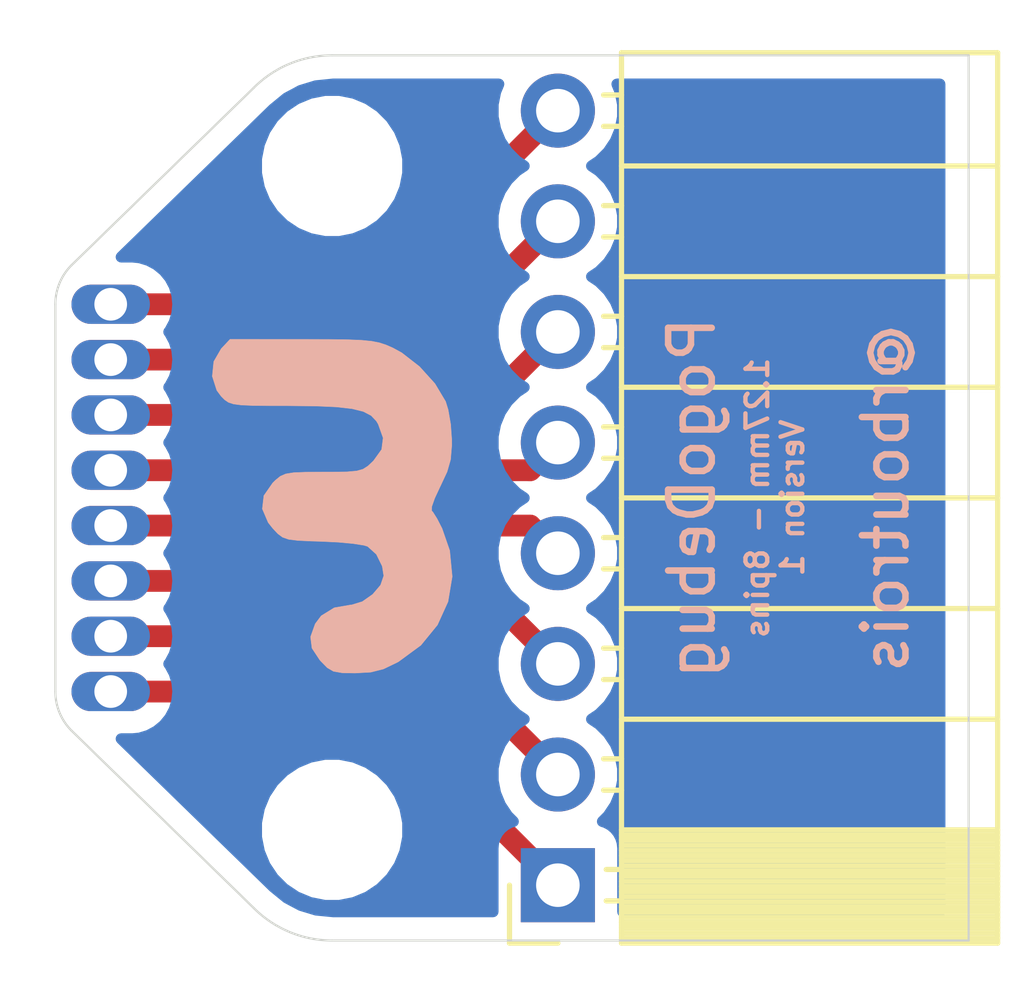
<source format=kicad_pcb>
(kicad_pcb (version 20171130) (host pcbnew "(5.1.9-0-10_14)")

  (general
    (thickness 1.6)
    (drawings 14)
    (tracks 17)
    (zones 0)
    (modules 12)
    (nets 9)
  )

  (page A4)
  (layers
    (0 F.Cu signal)
    (31 B.Cu signal)
    (32 B.Adhes user)
    (33 F.Adhes user)
    (34 B.Paste user)
    (35 F.Paste user)
    (36 B.SilkS user)
    (37 F.SilkS user)
    (38 B.Mask user)
    (39 F.Mask user)
    (40 Dwgs.User user)
    (41 Cmts.User user)
    (42 Eco1.User user)
    (43 Eco2.User user)
    (44 Edge.Cuts user)
    (45 Margin user)
    (46 B.CrtYd user)
    (47 F.CrtYd user)
    (48 B.Fab user)
    (49 F.Fab user)
  )

  (setup
    (last_trace_width 0.5)
    (user_trace_width 0.5)
    (trace_clearance 0.2)
    (zone_clearance 0.508)
    (zone_45_only no)
    (trace_min 0.2)
    (via_size 0.8)
    (via_drill 0.4)
    (via_min_size 0.4)
    (via_min_drill 0.3)
    (uvia_size 0.3)
    (uvia_drill 0.1)
    (uvias_allowed no)
    (uvia_min_size 0.2)
    (uvia_min_drill 0.1)
    (edge_width 0.05)
    (segment_width 0.2)
    (pcb_text_width 0.3)
    (pcb_text_size 1.5 1.5)
    (mod_edge_width 0.12)
    (mod_text_size 1 1)
    (mod_text_width 0.15)
    (pad_size 1.524 1.524)
    (pad_drill 0.762)
    (pad_to_mask_clearance 0)
    (aux_axis_origin 0 0)
    (visible_elements FFFFFF5F)
    (pcbplotparams
      (layerselection 0x010fc_ffffffff)
      (usegerberextensions false)
      (usegerberattributes true)
      (usegerberadvancedattributes true)
      (creategerberjobfile true)
      (excludeedgelayer true)
      (linewidth 0.100000)
      (plotframeref false)
      (viasonmask false)
      (mode 1)
      (useauxorigin false)
      (hpglpennumber 1)
      (hpglpenspeed 20)
      (hpglpendiameter 15.000000)
      (psnegative false)
      (psa4output false)
      (plotreference true)
      (plotvalue true)
      (plotinvisibletext false)
      (padsonsilk false)
      (subtractmaskfromsilk false)
      (outputformat 1)
      (mirror false)
      (drillshape 0)
      (scaleselection 1)
      (outputdirectory "PogoDebug-Gerbers/"))
  )

  (net 0 "")
  (net 1 "Net-(J1-Pad1)")
  (net 2 "Net-(J10-Pad2)")
  (net 3 "Net-(J10-Pad3)")
  (net 4 "Net-(J10-Pad4)")
  (net 5 "Net-(J10-Pad5)")
  (net 6 "Net-(J10-Pad6)")
  (net 7 "Net-(J10-Pad7)")
  (net 8 "Net-(J10-Pad8)")

  (net_class Default "This is the default net class."
    (clearance 0.2)
    (trace_width 0.5)
    (via_dia 0.8)
    (via_drill 0.4)
    (uvia_dia 0.3)
    (uvia_drill 0.1)
    (add_net "Net-(J1-Pad1)")
    (add_net "Net-(J10-Pad2)")
    (add_net "Net-(J10-Pad3)")
    (add_net "Net-(J10-Pad4)")
    (add_net "Net-(J10-Pad5)")
    (add_net "Net-(J10-Pad6)")
    (add_net "Net-(J10-Pad7)")
    (add_net "Net-(J10-Pad8)")
  )

  (module Romain:logo (layer B.Cu) (tedit 6040F461) (tstamp 6052E1E1)
    (at 147.955 102.235)
    (attr virtual)
    (fp_text reference G*** (at 0 0) (layer B.SilkS) hide
      (effects (font (size 1.524 1.524) (thickness 0.3)) (justify mirror))
    )
    (fp_text value LOGO (at 0.75 0) (layer B.SilkS) hide
      (effects (font (size 1.524 1.524) (thickness 0.3)) (justify mirror))
    )
    (fp_poly (pts (xy -1.589192 3.93689) (xy -1.372172 3.750715) (xy -1.225524 3.502516) (xy -1.172232 3.218775)
      (xy -1.235282 2.925976) (xy -1.408545 2.678545) (xy -1.686409 2.507896) (xy -2.021865 2.452085)
      (xy -2.342162 2.520861) (xy -2.391835 2.546783) (xy -2.59006 2.744661) (xy -2.724028 3.030661)
      (xy -2.7604 3.326417) (xy -2.750812 3.390557) (xy -2.65032 3.606345) (xy -2.471762 3.823376)
      (xy -2.432626 3.858448) (xy -2.142404 4.017239) (xy -1.853597 4.034559) (xy -1.589192 3.93689)) (layer B.Mask) (width 0.01))
    (fp_poly (pts (xy 0.885884 4.000601) (xy 1.178486 3.926565) (xy 1.497152 3.772958) (xy 1.524482 3.757699)
      (xy 2.035998 3.381983) (xy 2.416727 2.915796) (xy 2.659042 2.382498) (xy 2.755318 1.805451)
      (xy 2.697927 1.208018) (xy 2.522347 0.701025) (xy 2.407548 0.476932) (xy 2.312286 0.325295)
      (xy 2.282774 0.294339) (xy 2.284518 0.204436) (xy 2.353631 0.00797) (xy 2.475343 -0.253546)
      (xy 2.483105 -0.268673) (xy 2.638318 -0.601022) (xy 2.718331 -0.880937) (xy 2.744172 -1.19532)
      (xy 2.74409 -1.347259) (xy 2.719269 -1.694537) (xy 2.662732 -2.022177) (xy 2.60415 -2.21315)
      (xy 2.359276 -2.622773) (xy 2.005155 -3.01441) (xy 1.597411 -3.331461) (xy 1.397 -3.441459)
      (xy 1.240896 -3.509818) (xy 1.088774 -3.56034) (xy 0.912343 -3.595722) (xy 0.683314 -3.61866)
      (xy 0.373399 -3.631852) (xy -0.045694 -3.637995) (xy -0.602253 -3.639787) (xy -0.683741 -3.63984)
      (xy -2.341149 -3.640667) (xy -2.544484 -3.424227) (xy -2.715 -3.129539) (xy -2.748702 -2.792208)
      (xy -2.645588 -2.469371) (xy -2.544484 -2.333106) (xy -2.462541 -2.25127) (xy -2.376243 -2.193188)
      (xy -2.256931 -2.154776) (xy -2.075947 -2.131949) (xy -1.804632 -2.120624) (xy -1.414327 -2.116716)
      (xy -1.022408 -2.116195) (xy -0.389201 -2.109967) (xy 0.097119 -2.088798) (xy 0.458673 -2.048195)
      (xy 0.717583 -1.983665) (xy 0.895974 -1.890714) (xy 1.015967 -1.764849) (xy 1.058198 -1.693596)
      (xy 1.171054 -1.37778) (xy 1.137402 -1.112507) (xy 0.95099 -0.853441) (xy 0.937846 -0.840154)
      (xy 0.821303 -0.730406) (xy 0.709485 -0.6591) (xy 0.56392 -0.617952) (xy 0.346134 -0.598679)
      (xy 0.017657 -0.592999) (xy -0.211667 -0.592667) (xy -0.613533 -0.590802) (xy -0.884542 -0.579687)
      (xy -1.063164 -0.551039) (xy -1.187874 -0.496573) (xy -1.297142 -0.408008) (xy -1.361179 -0.34518)
      (xy -1.565293 -0.051816) (xy -1.60041 0.251301) (xy -1.466529 0.564549) (xy -1.361748 0.697164)
      (xy -1.24538 0.821243) (xy -1.136538 0.902245) (xy -0.996125 0.950667) (xy -0.785048 0.977005)
      (xy -0.46421 0.991756) (xy -0.239915 0.998363) (xy 0.146839 1.017321) (xy 0.485222 1.048532)
      (xy 0.729556 1.087018) (xy 0.816148 1.113499) (xy 1.016115 1.29429) (xy 1.151075 1.568737)
      (xy 1.185334 1.788496) (xy 1.112974 2.000802) (xy 0.931256 2.214008) (xy 0.693219 2.38105)
      (xy 0.451902 2.454865) (xy 0.43383 2.455333) (xy 0.050636 2.521584) (xy -0.249698 2.707031)
      (xy -0.387349 2.890945) (xy -0.494095 3.190166) (xy -0.461487 3.449725) (xy -0.281888 3.72118)
      (xy -0.260753 3.745164) (xy -0.11059 3.897657) (xy 0.032011 3.980446) (xy 0.226439 4.014387)
      (xy 0.522895 4.020358) (xy 0.885884 4.000601)) (layer B.SilkS) (width 0.01))
  )

  (module Connector_PinSocket_2.54mm:PinSocket_1x08_P2.54mm_Horizontal (layer F.Cu) (tedit 5A19A421) (tstamp 6052C39A)
    (at 153.135 111.125 180)
    (descr "Through hole angled socket strip, 1x08, 2.54mm pitch, 8.51mm socket length, single row (from Kicad 4.0.7), script generated")
    (tags "Through hole angled socket strip THT 1x08 2.54mm single row")
    (path /60526F14)
    (fp_text reference J10 (at -4.38 -2.77) (layer F.SilkS) hide
      (effects (font (size 1 1) (thickness 0.15)))
    )
    (fp_text value PinSocket_08 (at -4.38 20.55) (layer F.Fab) hide
      (effects (font (size 1 1) (thickness 0.15)))
    )
    (fp_text user %R (at -5.775 8.89 90) (layer F.Fab) hide
      (effects (font (size 1 1) (thickness 0.15)))
    )
    (fp_line (start -10.03 -1.27) (end -2.49 -1.27) (layer F.Fab) (width 0.1))
    (fp_line (start -2.49 -1.27) (end -1.52 -0.3) (layer F.Fab) (width 0.1))
    (fp_line (start -1.52 -0.3) (end -1.52 19.05) (layer F.Fab) (width 0.1))
    (fp_line (start -1.52 19.05) (end -10.03 19.05) (layer F.Fab) (width 0.1))
    (fp_line (start -10.03 19.05) (end -10.03 -1.27) (layer F.Fab) (width 0.1))
    (fp_line (start 0 -0.3) (end -1.52 -0.3) (layer F.Fab) (width 0.1))
    (fp_line (start -1.52 0.3) (end 0 0.3) (layer F.Fab) (width 0.1))
    (fp_line (start 0 0.3) (end 0 -0.3) (layer F.Fab) (width 0.1))
    (fp_line (start 0 2.24) (end -1.52 2.24) (layer F.Fab) (width 0.1))
    (fp_line (start -1.52 2.84) (end 0 2.84) (layer F.Fab) (width 0.1))
    (fp_line (start 0 2.84) (end 0 2.24) (layer F.Fab) (width 0.1))
    (fp_line (start 0 4.78) (end -1.52 4.78) (layer F.Fab) (width 0.1))
    (fp_line (start -1.52 5.38) (end 0 5.38) (layer F.Fab) (width 0.1))
    (fp_line (start 0 5.38) (end 0 4.78) (layer F.Fab) (width 0.1))
    (fp_line (start 0 7.32) (end -1.52 7.32) (layer F.Fab) (width 0.1))
    (fp_line (start -1.52 7.92) (end 0 7.92) (layer F.Fab) (width 0.1))
    (fp_line (start 0 7.92) (end 0 7.32) (layer F.Fab) (width 0.1))
    (fp_line (start 0 9.86) (end -1.52 9.86) (layer F.Fab) (width 0.1))
    (fp_line (start -1.52 10.46) (end 0 10.46) (layer F.Fab) (width 0.1))
    (fp_line (start 0 10.46) (end 0 9.86) (layer F.Fab) (width 0.1))
    (fp_line (start 0 12.4) (end -1.52 12.4) (layer F.Fab) (width 0.1))
    (fp_line (start -1.52 13) (end 0 13) (layer F.Fab) (width 0.1))
    (fp_line (start 0 13) (end 0 12.4) (layer F.Fab) (width 0.1))
    (fp_line (start 0 14.94) (end -1.52 14.94) (layer F.Fab) (width 0.1))
    (fp_line (start -1.52 15.54) (end 0 15.54) (layer F.Fab) (width 0.1))
    (fp_line (start 0 15.54) (end 0 14.94) (layer F.Fab) (width 0.1))
    (fp_line (start 0 17.48) (end -1.52 17.48) (layer F.Fab) (width 0.1))
    (fp_line (start -1.52 18.08) (end 0 18.08) (layer F.Fab) (width 0.1))
    (fp_line (start 0 18.08) (end 0 17.48) (layer F.Fab) (width 0.1))
    (fp_line (start -10.09 -1.21) (end -1.46 -1.21) (layer F.SilkS) (width 0.12))
    (fp_line (start -10.09 -1.091905) (end -1.46 -1.091905) (layer F.SilkS) (width 0.12))
    (fp_line (start -10.09 -0.97381) (end -1.46 -0.97381) (layer F.SilkS) (width 0.12))
    (fp_line (start -10.09 -0.855715) (end -1.46 -0.855715) (layer F.SilkS) (width 0.12))
    (fp_line (start -10.09 -0.73762) (end -1.46 -0.73762) (layer F.SilkS) (width 0.12))
    (fp_line (start -10.09 -0.619525) (end -1.46 -0.619525) (layer F.SilkS) (width 0.12))
    (fp_line (start -10.09 -0.50143) (end -1.46 -0.50143) (layer F.SilkS) (width 0.12))
    (fp_line (start -10.09 -0.383335) (end -1.46 -0.383335) (layer F.SilkS) (width 0.12))
    (fp_line (start -10.09 -0.26524) (end -1.46 -0.26524) (layer F.SilkS) (width 0.12))
    (fp_line (start -10.09 -0.147145) (end -1.46 -0.147145) (layer F.SilkS) (width 0.12))
    (fp_line (start -10.09 -0.02905) (end -1.46 -0.02905) (layer F.SilkS) (width 0.12))
    (fp_line (start -10.09 0.089045) (end -1.46 0.089045) (layer F.SilkS) (width 0.12))
    (fp_line (start -10.09 0.20714) (end -1.46 0.20714) (layer F.SilkS) (width 0.12))
    (fp_line (start -10.09 0.325235) (end -1.46 0.325235) (layer F.SilkS) (width 0.12))
    (fp_line (start -10.09 0.44333) (end -1.46 0.44333) (layer F.SilkS) (width 0.12))
    (fp_line (start -10.09 0.561425) (end -1.46 0.561425) (layer F.SilkS) (width 0.12))
    (fp_line (start -10.09 0.67952) (end -1.46 0.67952) (layer F.SilkS) (width 0.12))
    (fp_line (start -10.09 0.797615) (end -1.46 0.797615) (layer F.SilkS) (width 0.12))
    (fp_line (start -10.09 0.91571) (end -1.46 0.91571) (layer F.SilkS) (width 0.12))
    (fp_line (start -10.09 1.033805) (end -1.46 1.033805) (layer F.SilkS) (width 0.12))
    (fp_line (start -10.09 1.1519) (end -1.46 1.1519) (layer F.SilkS) (width 0.12))
    (fp_line (start -1.46 -0.36) (end -1.11 -0.36) (layer F.SilkS) (width 0.12))
    (fp_line (start -1.46 0.36) (end -1.11 0.36) (layer F.SilkS) (width 0.12))
    (fp_line (start -1.46 2.18) (end -1.05 2.18) (layer F.SilkS) (width 0.12))
    (fp_line (start -1.46 2.9) (end -1.05 2.9) (layer F.SilkS) (width 0.12))
    (fp_line (start -1.46 4.72) (end -1.05 4.72) (layer F.SilkS) (width 0.12))
    (fp_line (start -1.46 5.44) (end -1.05 5.44) (layer F.SilkS) (width 0.12))
    (fp_line (start -1.46 7.26) (end -1.05 7.26) (layer F.SilkS) (width 0.12))
    (fp_line (start -1.46 7.98) (end -1.05 7.98) (layer F.SilkS) (width 0.12))
    (fp_line (start -1.46 9.8) (end -1.05 9.8) (layer F.SilkS) (width 0.12))
    (fp_line (start -1.46 10.52) (end -1.05 10.52) (layer F.SilkS) (width 0.12))
    (fp_line (start -1.46 12.34) (end -1.05 12.34) (layer F.SilkS) (width 0.12))
    (fp_line (start -1.46 13.06) (end -1.05 13.06) (layer F.SilkS) (width 0.12))
    (fp_line (start -1.46 14.88) (end -1.05 14.88) (layer F.SilkS) (width 0.12))
    (fp_line (start -1.46 15.6) (end -1.05 15.6) (layer F.SilkS) (width 0.12))
    (fp_line (start -1.46 17.42) (end -1.05 17.42) (layer F.SilkS) (width 0.12))
    (fp_line (start -1.46 18.14) (end -1.05 18.14) (layer F.SilkS) (width 0.12))
    (fp_line (start -10.09 1.27) (end -1.46 1.27) (layer F.SilkS) (width 0.12))
    (fp_line (start -10.09 3.81) (end -1.46 3.81) (layer F.SilkS) (width 0.12))
    (fp_line (start -10.09 6.35) (end -1.46 6.35) (layer F.SilkS) (width 0.12))
    (fp_line (start -10.09 8.89) (end -1.46 8.89) (layer F.SilkS) (width 0.12))
    (fp_line (start -10.09 11.43) (end -1.46 11.43) (layer F.SilkS) (width 0.12))
    (fp_line (start -10.09 13.97) (end -1.46 13.97) (layer F.SilkS) (width 0.12))
    (fp_line (start -10.09 16.51) (end -1.46 16.51) (layer F.SilkS) (width 0.12))
    (fp_line (start -10.09 -1.33) (end -1.46 -1.33) (layer F.SilkS) (width 0.12))
    (fp_line (start -1.46 -1.33) (end -1.46 19.11) (layer F.SilkS) (width 0.12))
    (fp_line (start -10.09 19.11) (end -1.46 19.11) (layer F.SilkS) (width 0.12))
    (fp_line (start -10.09 -1.33) (end -10.09 19.11) (layer F.SilkS) (width 0.12))
    (fp_line (start 1.11 -1.33) (end 1.11 0) (layer F.SilkS) (width 0.12))
    (fp_line (start 0 -1.33) (end 1.11 -1.33) (layer F.SilkS) (width 0.12))
    (fp_line (start 1.75 -1.8) (end -10.55 -1.8) (layer F.CrtYd) (width 0.05))
    (fp_line (start -10.55 -1.8) (end -10.55 19.55) (layer F.CrtYd) (width 0.05))
    (fp_line (start -10.55 19.55) (end 1.75 19.55) (layer F.CrtYd) (width 0.05))
    (fp_line (start 1.75 19.55) (end 1.75 -1.8) (layer F.CrtYd) (width 0.05))
    (pad 8 thru_hole oval (at 0 17.78 180) (size 1.7 1.7) (drill 1) (layers *.Cu *.Mask)
      (net 8 "Net-(J10-Pad8)"))
    (pad 7 thru_hole oval (at 0 15.24 180) (size 1.7 1.7) (drill 1) (layers *.Cu *.Mask)
      (net 7 "Net-(J10-Pad7)"))
    (pad 6 thru_hole oval (at 0 12.7 180) (size 1.7 1.7) (drill 1) (layers *.Cu *.Mask)
      (net 6 "Net-(J10-Pad6)"))
    (pad 5 thru_hole oval (at 0 10.16 180) (size 1.7 1.7) (drill 1) (layers *.Cu *.Mask)
      (net 5 "Net-(J10-Pad5)"))
    (pad 4 thru_hole oval (at 0 7.62 180) (size 1.7 1.7) (drill 1) (layers *.Cu *.Mask)
      (net 4 "Net-(J10-Pad4)"))
    (pad 3 thru_hole oval (at 0 5.08 180) (size 1.7 1.7) (drill 1) (layers *.Cu *.Mask)
      (net 3 "Net-(J10-Pad3)"))
    (pad 2 thru_hole oval (at 0 2.54 180) (size 1.7 1.7) (drill 1) (layers *.Cu *.Mask)
      (net 2 "Net-(J10-Pad2)"))
    (pad 1 thru_hole rect (at 0 0 180) (size 1.7 1.7) (drill 1) (layers *.Cu *.Mask)
      (net 1 "Net-(J1-Pad1)"))
    (model ${KISYS3DMOD}/Connector_PinSocket_2.54mm.3dshapes/PinSocket_1x08_P2.54mm_Horizontal.wrl
      (at (xyz 0 0 0))
      (scale (xyz 1 1 1))
      (rotate (xyz 0 0 0))
    )
  )

  (module MountingHole:MountingHole_2.2mm_M2 (layer F.Cu) (tedit 56D1B4CB) (tstamp 6052DB74)
    (at 147.955 94.615)
    (descr "Mounting Hole 2.2mm, no annular, M2")
    (tags "mounting hole 2.2mm no annular m2")
    (path /605309C6)
    (attr virtual)
    (fp_text reference H2 (at 0 -3.2) (layer F.SilkS) hide
      (effects (font (size 1 1) (thickness 0.15)))
    )
    (fp_text value MountingHole (at 0 3.2) (layer F.Fab) hide
      (effects (font (size 1 1) (thickness 0.15)))
    )
    (fp_text user %R (at 0.3 0) (layer F.Fab) hide
      (effects (font (size 1 1) (thickness 0.15)))
    )
    (fp_circle (center 0 0) (end 2.2 0) (layer Cmts.User) (width 0.15))
    (fp_circle (center 0 0) (end 2.45 0) (layer F.CrtYd) (width 0.05))
    (pad 1 np_thru_hole circle (at 0 0) (size 2.2 2.2) (drill 2.2) (layers *.Cu *.Mask))
  )

  (module MountingHole:MountingHole_2.2mm_M2 (layer F.Cu) (tedit 56D1B4CB) (tstamp 6052DB5F)
    (at 147.955 109.855 180)
    (descr "Mounting Hole 2.2mm, no annular, M2")
    (tags "mounting hole 2.2mm no annular m2")
    (path /60530968)
    (attr virtual)
    (fp_text reference H1 (at 0 -3.2) (layer F.SilkS) hide
      (effects (font (size 1 1) (thickness 0.15)))
    )
    (fp_text value MountingHole (at 0 3.2) (layer F.Fab) hide
      (effects (font (size 1 1) (thickness 0.15)))
    )
    (fp_text user %R (at 0.3 0) (layer F.Fab) hide
      (effects (font (size 1 1) (thickness 0.15)))
    )
    (fp_circle (center 0 0) (end 2.2 0) (layer Cmts.User) (width 0.15))
    (fp_circle (center 0 0) (end 2.45 0) (layer F.CrtYd) (width 0.05))
    (pad 1 np_thru_hole circle (at 0 0 180) (size 2.2 2.2) (drill 2.2) (layers *.Cu *.Mask))
  )

  (module PogoDebug:P50-B1 (layer F.Cu) (tedit 6052774E) (tstamp 6052D079)
    (at 142.875 99.06 270)
    (path /6052C55C)
    (fp_text reference J7 (at 0 2 90) (layer F.SilkS) hide
      (effects (font (size 1 1) (thickness 0.15)))
    )
    (fp_text value P50-B1 (at 0 -2 90) (layer F.Fab) hide
      (effects (font (size 1 1) (thickness 0.15)))
    )
    (pad 1 thru_hole oval (at 0 0 270) (size 0.9 1.8) (drill 0.75) (layers *.Cu *.Mask)
      (net 7 "Net-(J10-Pad7)"))
    (model "${KIPRJMOD}/PogoDebug-Lib/3D Models/P50-B1.step"
      (offset (xyz 0 0 10))
      (scale (xyz 1 1 1))
      (rotate (xyz 0 -180 0))
    )
  )

  (module PogoDebug:P50-B1 (layer F.Cu) (tedit 6052774E) (tstamp 6052D0EA)
    (at 142.875 106.68 270)
    (path /605275B6)
    (fp_text reference J1 (at 0 2 90) (layer F.SilkS) hide
      (effects (font (size 1 1) (thickness 0.15)))
    )
    (fp_text value P50-B1 (at 0 -2 90) (layer F.Fab) hide
      (effects (font (size 1 1) (thickness 0.15)))
    )
    (pad 1 thru_hole oval (at 0 0 270) (size 0.9 1.8) (drill 0.75) (layers *.Cu *.Mask)
      (net 1 "Net-(J1-Pad1)"))
    (model "${KIPRJMOD}/PogoDebug-Lib/3D Models/P50-B1.step"
      (offset (xyz 0 0 10))
      (scale (xyz 1 1 1))
      (rotate (xyz 0 -180 0))
    )
  )

  (module PogoDebug:P50-B1 (layer F.Cu) (tedit 6052774E) (tstamp 6052D0C6)
    (at 142.875 105.41 270)
    (path /605294C8)
    (fp_text reference J2 (at 0 2 90) (layer F.SilkS) hide
      (effects (font (size 1 1) (thickness 0.15)))
    )
    (fp_text value P50-B1 (at 0 -2 90) (layer F.Fab) hide
      (effects (font (size 1 1) (thickness 0.15)))
    )
    (pad 1 thru_hole oval (at 0 0 270) (size 0.9 1.8) (drill 0.75) (layers *.Cu *.Mask)
      (net 2 "Net-(J10-Pad2)"))
    (model "${KIPRJMOD}/PogoDebug-Lib/3D Models/P50-B1.step"
      (offset (xyz 0 0 10))
      (scale (xyz 1 1 1))
      (rotate (xyz 0 -180 0))
    )
  )

  (module PogoDebug:P50-B1 (layer F.Cu) (tedit 6052774E) (tstamp 6052D0D2)
    (at 142.875 104.14 270)
    (path /60529D70)
    (fp_text reference J3 (at 0 2 90) (layer F.SilkS) hide
      (effects (font (size 1 1) (thickness 0.15)))
    )
    (fp_text value P50-B1 (at 0 -2 90) (layer F.Fab) hide
      (effects (font (size 1 1) (thickness 0.15)))
    )
    (pad 1 thru_hole oval (at 0 0 270) (size 0.9 1.8) (drill 0.75) (layers *.Cu *.Mask)
      (net 3 "Net-(J10-Pad3)"))
    (model "${KIPRJMOD}/PogoDebug-Lib/3D Models/P50-B1.step"
      (offset (xyz 0 0 10))
      (scale (xyz 1 1 1))
      (rotate (xyz 0 -180 0))
    )
  )

  (module PogoDebug:P50-B1 (layer F.Cu) (tedit 6052774E) (tstamp 6052D0BA)
    (at 142.875 102.87 270)
    (path /60529DF9)
    (fp_text reference J4 (at 0 2 90) (layer F.SilkS) hide
      (effects (font (size 1 1) (thickness 0.15)))
    )
    (fp_text value P50-B1 (at 0 -2 90) (layer F.Fab) hide
      (effects (font (size 1 1) (thickness 0.15)))
    )
    (pad 1 thru_hole oval (at 0 0 270) (size 0.9 1.8) (drill 0.75) (layers *.Cu *.Mask)
      (net 4 "Net-(J10-Pad4)"))
    (model "${KIPRJMOD}/PogoDebug-Lib/3D Models/P50-B1.step"
      (offset (xyz 0 0 10))
      (scale (xyz 1 1 1))
      (rotate (xyz 0 -180 0))
    )
  )

  (module PogoDebug:P50-B1 (layer F.Cu) (tedit 6052774E) (tstamp 6052D0DE)
    (at 142.875 101.6 270)
    (path /60529E82)
    (fp_text reference J5 (at 0 2 90) (layer F.SilkS) hide
      (effects (font (size 1 1) (thickness 0.15)))
    )
    (fp_text value P50-B1 (at 0 -2 90) (layer F.Fab) hide
      (effects (font (size 1 1) (thickness 0.15)))
    )
    (pad 1 thru_hole oval (at 0 0 270) (size 0.9 1.8) (drill 0.75) (layers *.Cu *.Mask)
      (net 5 "Net-(J10-Pad5)"))
    (model "${KIPRJMOD}/PogoDebug-Lib/3D Models/P50-B1.step"
      (offset (xyz 0 0 10))
      (scale (xyz 1 1 1))
      (rotate (xyz 0 -180 0))
    )
  )

  (module PogoDebug:P50-B1 (layer F.Cu) (tedit 6052774E) (tstamp 6052D0F6)
    (at 142.875 100.33 270)
    (path /60529F0B)
    (fp_text reference J6 (at 0 2 270) (layer F.SilkS) hide
      (effects (font (size 1 1) (thickness 0.15)))
    )
    (fp_text value P50-B1 (at 0 -2 270) (layer F.Fab) hide
      (effects (font (size 1 1) (thickness 0.15)))
    )
    (pad 1 thru_hole oval (at 0 0 270) (size 0.9 1.8) (drill 0.75) (layers *.Cu *.Mask)
      (net 6 "Net-(J10-Pad6)"))
    (model "${KIPRJMOD}/PogoDebug-Lib/3D Models/P50-B1.step"
      (offset (xyz 0 0 10))
      (scale (xyz 1 1 1))
      (rotate (xyz 0 -180 0))
    )
  )

  (module PogoDebug:P50-B1 (layer F.Cu) (tedit 6052774E) (tstamp 6052D07E)
    (at 142.875 97.79 270)
    (path /6052C81D)
    (fp_text reference J8 (at 0 2 90) (layer F.SilkS) hide
      (effects (font (size 1 1) (thickness 0.15)))
    )
    (fp_text value P50-B1 (at 0 -2 90) (layer F.Fab) hide
      (effects (font (size 1 1) (thickness 0.15)))
    )
    (pad 1 thru_hole oval (at 0 0 270) (size 0.9 1.8) (drill 0.75) (layers *.Cu *.Mask)
      (net 8 "Net-(J10-Pad8)"))
    (model "${KIPRJMOD}/PogoDebug-Lib/3D Models/P50-B1.step"
      (offset (xyz 0 0 10))
      (scale (xyz 1 1 1))
      (rotate (xyz 0 -180 0))
    )
  )

  (gr_text @rboutrois (at 160.655 102.235 90) (layer B.SilkS) (tstamp 6052EBE9)
    (effects (font (size 1 1) (thickness 0.15)) (justify mirror))
  )
  (gr_text "1.27mm - 8pins\nVersion 1" (at 158.115 102.235 90) (layer B.SilkS)
    (effects (font (size 0.5 0.5) (thickness 0.1)) (justify mirror))
  )
  (gr_text PogoDebug (at 156.21 102.235 90) (layer B.SilkS)
    (effects (font (size 1 1) (thickness 0.15)) (justify mirror))
  )
  (gr_line (start 146.158949 111.651051) (end 141.976974 107.578026) (layer Edge.Cuts) (width 0.05) (tstamp 6052E0C1))
  (gr_arc (start 147.955 109.855) (end 146.158949 111.651051) (angle -45) (layer Edge.Cuts) (width 0.05) (tstamp 6052E0B7))
  (gr_line (start 146.158949 92.818949) (end 141.976974 96.891974) (layer Edge.Cuts) (width 0.05) (tstamp 6052E06E))
  (gr_arc (start 142.875 97.79) (end 141.976974 96.891974) (angle -45) (layer Edge.Cuts) (width 0.05) (tstamp 6052E065))
  (gr_arc (start 142.875 106.68) (end 141.605 106.68) (angle -45) (layer Edge.Cuts) (width 0.05))
  (gr_arc (start 147.955 94.615) (end 147.955 92.075) (angle -45) (layer Edge.Cuts) (width 0.05))
  (gr_line (start 162.56 92.075) (end 162.56 112.395) (layer Edge.Cuts) (width 0.05) (tstamp 6052D547))
  (gr_line (start 147.955 92.075) (end 162.56 92.075) (layer Edge.Cuts) (width 0.05))
  (gr_line (start 141.605 106.68) (end 141.604999 97.79) (layer Edge.Cuts) (width 0.05))
  (gr_line (start 162.56 112.395) (end 147.955 112.395) (layer Edge.Cuts) (width 0.05) (tstamp 6052DFA7))
  (gr_line (start 162.56 102.235) (end 146.05 102.235) (layer Cmts.User) (width 0.12))

  (segment (start 148.69 106.68) (end 153.135 111.125) (width 0.5) (layer F.Cu) (net 1))
  (segment (start 142.875 106.68) (end 148.69 106.68) (width 0.5) (layer F.Cu) (net 1))
  (segment (start 153.135 108.555) (end 153.135 108.585) (width 0.5) (layer F.Cu) (net 2))
  (segment (start 149.99 105.41) (end 153.135 108.555) (width 0.5) (layer F.Cu) (net 2))
  (segment (start 142.875 105.41) (end 149.99 105.41) (width 0.5) (layer F.Cu) (net 2))
  (segment (start 151.23 104.14) (end 153.135 106.045) (width 0.5) (layer F.Cu) (net 3))
  (segment (start 142.875 104.14) (end 151.23 104.14) (width 0.5) (layer F.Cu) (net 3))
  (segment (start 152.5 102.87) (end 153.135 103.505) (width 0.5) (layer F.Cu) (net 4))
  (segment (start 142.875 102.87) (end 152.5 102.87) (width 0.5) (layer F.Cu) (net 4))
  (segment (start 152.5 101.6) (end 153.135 100.965) (width 0.5) (layer F.Cu) (net 5))
  (segment (start 142.875 101.6) (end 152.5 101.6) (width 0.5) (layer F.Cu) (net 5))
  (segment (start 151.23 100.33) (end 153.135 98.425) (width 0.5) (layer F.Cu) (net 6))
  (segment (start 142.875 100.33) (end 151.23 100.33) (width 0.5) (layer F.Cu) (net 6))
  (segment (start 149.96 99.06) (end 153.135 95.885) (width 0.5) (layer F.Cu) (net 7))
  (segment (start 142.875 99.06) (end 149.96 99.06) (width 0.5) (layer F.Cu) (net 7))
  (segment (start 148.69 97.79) (end 153.135 93.345) (width 0.5) (layer F.Cu) (net 8))
  (segment (start 142.875 97.79) (end 148.69 97.79) (width 0.5) (layer F.Cu) (net 8))

  (zone (net 0) (net_name "") (layer B.Cu) (tstamp 6052EC75) (hatch edge 0.508)
    (connect_pads (clearance 0.508))
    (min_thickness 0.254)
    (fill yes (arc_segments 32) (thermal_gap 0.508) (thermal_bridge_width 0.508))
    (polygon
      (pts
        (xy 163.83 113.665) (xy 140.335 113.665) (xy 140.335 90.805) (xy 163.83 90.805)
      )
    )
    (filled_polygon
      (pts
        (xy 161.900001 111.735) (xy 154.623072 111.735) (xy 154.623072 110.275) (xy 154.610812 110.150518) (xy 154.574502 110.03082)
        (xy 154.515537 109.920506) (xy 154.436185 109.823815) (xy 154.339494 109.744463) (xy 154.22918 109.685498) (xy 154.15662 109.663487)
        (xy 154.288475 109.531632) (xy 154.45099 109.288411) (xy 154.562932 109.018158) (xy 154.62 108.73126) (xy 154.62 108.43874)
        (xy 154.562932 108.151842) (xy 154.45099 107.881589) (xy 154.288475 107.638368) (xy 154.081632 107.431525) (xy 153.90724 107.315)
        (xy 154.081632 107.198475) (xy 154.288475 106.991632) (xy 154.45099 106.748411) (xy 154.562932 106.478158) (xy 154.62 106.19126)
        (xy 154.62 105.89874) (xy 154.562932 105.611842) (xy 154.45099 105.341589) (xy 154.288475 105.098368) (xy 154.081632 104.891525)
        (xy 153.90724 104.775) (xy 154.081632 104.658475) (xy 154.288475 104.451632) (xy 154.45099 104.208411) (xy 154.562932 103.938158)
        (xy 154.62 103.65126) (xy 154.62 103.35874) (xy 154.562932 103.071842) (xy 154.45099 102.801589) (xy 154.288475 102.558368)
        (xy 154.081632 102.351525) (xy 153.90724 102.235) (xy 154.081632 102.118475) (xy 154.288475 101.911632) (xy 154.45099 101.668411)
        (xy 154.562932 101.398158) (xy 154.62 101.11126) (xy 154.62 100.81874) (xy 154.562932 100.531842) (xy 154.45099 100.261589)
        (xy 154.288475 100.018368) (xy 154.081632 99.811525) (xy 153.90724 99.695) (xy 154.081632 99.578475) (xy 154.288475 99.371632)
        (xy 154.45099 99.128411) (xy 154.562932 98.858158) (xy 154.62 98.57126) (xy 154.62 98.27874) (xy 154.562932 97.991842)
        (xy 154.45099 97.721589) (xy 154.288475 97.478368) (xy 154.081632 97.271525) (xy 153.90724 97.155) (xy 154.081632 97.038475)
        (xy 154.288475 96.831632) (xy 154.45099 96.588411) (xy 154.562932 96.318158) (xy 154.62 96.03126) (xy 154.62 95.73874)
        (xy 154.562932 95.451842) (xy 154.45099 95.181589) (xy 154.288475 94.938368) (xy 154.081632 94.731525) (xy 153.90724 94.615)
        (xy 154.081632 94.498475) (xy 154.288475 94.291632) (xy 154.45099 94.048411) (xy 154.562932 93.778158) (xy 154.62 93.49126)
        (xy 154.62 93.19874) (xy 154.562932 92.911842) (xy 154.489682 92.735) (xy 161.9 92.735)
      )
    )
    (filled_polygon
      (pts
        (xy 151.707068 92.911842) (xy 151.65 93.19874) (xy 151.65 93.49126) (xy 151.707068 93.778158) (xy 151.81901 94.048411)
        (xy 151.981525 94.291632) (xy 152.188368 94.498475) (xy 152.36276 94.615) (xy 152.188368 94.731525) (xy 151.981525 94.938368)
        (xy 151.81901 95.181589) (xy 151.707068 95.451842) (xy 151.65 95.73874) (xy 151.65 96.03126) (xy 151.707068 96.318158)
        (xy 151.81901 96.588411) (xy 151.981525 96.831632) (xy 152.188368 97.038475) (xy 152.36276 97.155) (xy 152.188368 97.271525)
        (xy 151.981525 97.478368) (xy 151.81901 97.721589) (xy 151.707068 97.991842) (xy 151.65 98.27874) (xy 151.65 98.57126)
        (xy 151.707068 98.858158) (xy 151.81901 99.128411) (xy 151.981525 99.371632) (xy 152.188368 99.578475) (xy 152.36276 99.695)
        (xy 152.188368 99.811525) (xy 151.981525 100.018368) (xy 151.81901 100.261589) (xy 151.707068 100.531842) (xy 151.65 100.81874)
        (xy 151.65 101.11126) (xy 151.707068 101.398158) (xy 151.81901 101.668411) (xy 151.981525 101.911632) (xy 152.188368 102.118475)
        (xy 152.36276 102.235) (xy 152.188368 102.351525) (xy 151.981525 102.558368) (xy 151.81901 102.801589) (xy 151.707068 103.071842)
        (xy 151.65 103.35874) (xy 151.65 103.65126) (xy 151.707068 103.938158) (xy 151.81901 104.208411) (xy 151.981525 104.451632)
        (xy 152.188368 104.658475) (xy 152.36276 104.775) (xy 152.188368 104.891525) (xy 151.981525 105.098368) (xy 151.81901 105.341589)
        (xy 151.707068 105.611842) (xy 151.65 105.89874) (xy 151.65 106.19126) (xy 151.707068 106.478158) (xy 151.81901 106.748411)
        (xy 151.981525 106.991632) (xy 152.188368 107.198475) (xy 152.36276 107.315) (xy 152.188368 107.431525) (xy 151.981525 107.638368)
        (xy 151.81901 107.881589) (xy 151.707068 108.151842) (xy 151.65 108.43874) (xy 151.65 108.73126) (xy 151.707068 109.018158)
        (xy 151.81901 109.288411) (xy 151.981525 109.531632) (xy 152.11338 109.663487) (xy 152.04082 109.685498) (xy 151.930506 109.744463)
        (xy 151.833815 109.823815) (xy 151.754463 109.920506) (xy 151.695498 110.03082) (xy 151.659188 110.150518) (xy 151.646928 110.275)
        (xy 151.646928 111.735) (xy 147.987279 111.735) (xy 147.590455 111.696091) (xy 147.239794 111.59022) (xy 146.916377 111.418257)
        (xy 146.605801 111.164959) (xy 145.085348 109.684117) (xy 146.22 109.684117) (xy 146.22 110.025883) (xy 146.286675 110.361081)
        (xy 146.417463 110.676831) (xy 146.607337 110.960998) (xy 146.849002 111.202663) (xy 147.133169 111.392537) (xy 147.448919 111.523325)
        (xy 147.784117 111.59) (xy 148.125883 111.59) (xy 148.461081 111.523325) (xy 148.776831 111.392537) (xy 149.060998 111.202663)
        (xy 149.302663 110.960998) (xy 149.492537 110.676831) (xy 149.623325 110.361081) (xy 149.69 110.025883) (xy 149.69 109.684117)
        (xy 149.623325 109.348919) (xy 149.492537 109.033169) (xy 149.302663 108.749002) (xy 149.060998 108.507337) (xy 148.776831 108.317463)
        (xy 148.461081 108.186675) (xy 148.125883 108.12) (xy 147.784117 108.12) (xy 147.448919 108.186675) (xy 147.133169 108.317463)
        (xy 146.849002 108.507337) (xy 146.607337 108.749002) (xy 146.417463 109.033169) (xy 146.286675 109.348919) (xy 146.22 109.684117)
        (xy 145.085348 109.684117) (xy 143.114895 107.765) (xy 143.378294 107.765) (xy 143.537697 107.7493) (xy 143.74222 107.687259)
        (xy 143.93071 107.586509) (xy 144.095922 107.450922) (xy 144.231509 107.28571) (xy 144.332259 107.09722) (xy 144.3943 106.892697)
        (xy 144.415249 106.68) (xy 144.3943 106.467303) (xy 144.332259 106.26278) (xy 144.231509 106.07429) (xy 144.207471 106.045)
        (xy 144.231509 106.01571) (xy 144.332259 105.82722) (xy 144.3943 105.622697) (xy 144.415249 105.41) (xy 144.3943 105.197303)
        (xy 144.332259 104.99278) (xy 144.231509 104.80429) (xy 144.207471 104.775) (xy 144.231509 104.74571) (xy 144.332259 104.55722)
        (xy 144.3943 104.352697) (xy 144.415249 104.14) (xy 144.3943 103.927303) (xy 144.332259 103.72278) (xy 144.231509 103.53429)
        (xy 144.207471 103.505) (xy 144.231509 103.47571) (xy 144.332259 103.28722) (xy 144.3943 103.082697) (xy 144.415249 102.87)
        (xy 144.3943 102.657303) (xy 144.332259 102.45278) (xy 144.231509 102.26429) (xy 144.207471 102.235) (xy 144.231509 102.20571)
        (xy 144.332259 102.01722) (xy 144.3943 101.812697) (xy 144.415249 101.6) (xy 144.3943 101.387303) (xy 144.332259 101.18278)
        (xy 144.231509 100.99429) (xy 144.207471 100.965) (xy 144.231509 100.93571) (xy 144.332259 100.74722) (xy 144.3943 100.542697)
        (xy 144.415249 100.33) (xy 144.3943 100.117303) (xy 144.332259 99.91278) (xy 144.231509 99.72429) (xy 144.207471 99.695)
        (xy 144.231509 99.66571) (xy 144.332259 99.47722) (xy 144.3943 99.272697) (xy 144.415249 99.06) (xy 144.3943 98.847303)
        (xy 144.332259 98.64278) (xy 144.231509 98.45429) (xy 144.207471 98.425) (xy 144.231509 98.39571) (xy 144.332259 98.20722)
        (xy 144.3943 98.002697) (xy 144.415249 97.79) (xy 144.3943 97.577303) (xy 144.332259 97.37278) (xy 144.231509 97.18429)
        (xy 144.095922 97.019078) (xy 143.93071 96.883491) (xy 143.74222 96.782741) (xy 143.537697 96.7207) (xy 143.378294 96.705)
        (xy 143.114895 96.705) (xy 145.436255 94.444117) (xy 146.22 94.444117) (xy 146.22 94.785883) (xy 146.286675 95.121081)
        (xy 146.417463 95.436831) (xy 146.607337 95.720998) (xy 146.849002 95.962663) (xy 147.133169 96.152537) (xy 147.448919 96.283325)
        (xy 147.784117 96.35) (xy 148.125883 96.35) (xy 148.461081 96.283325) (xy 148.776831 96.152537) (xy 149.060998 95.962663)
        (xy 149.302663 95.720998) (xy 149.492537 95.436831) (xy 149.623325 95.121081) (xy 149.69 94.785883) (xy 149.69 94.444117)
        (xy 149.623325 94.108919) (xy 149.492537 93.793169) (xy 149.302663 93.509002) (xy 149.060998 93.267337) (xy 148.776831 93.077463)
        (xy 148.461081 92.946675) (xy 148.125883 92.88) (xy 147.784117 92.88) (xy 147.448919 92.946675) (xy 147.133169 93.077463)
        (xy 146.849002 93.267337) (xy 146.607337 93.509002) (xy 146.417463 93.793169) (xy 146.286675 94.108919) (xy 146.22 94.444117)
        (xy 145.436255 94.444117) (xy 146.599446 93.311231) (xy 146.910924 93.05538) (xy 147.233743 92.882286) (xy 147.584032 92.775193)
        (xy 147.979724 92.735) (xy 151.780318 92.735)
      )
    )
  )
)

</source>
